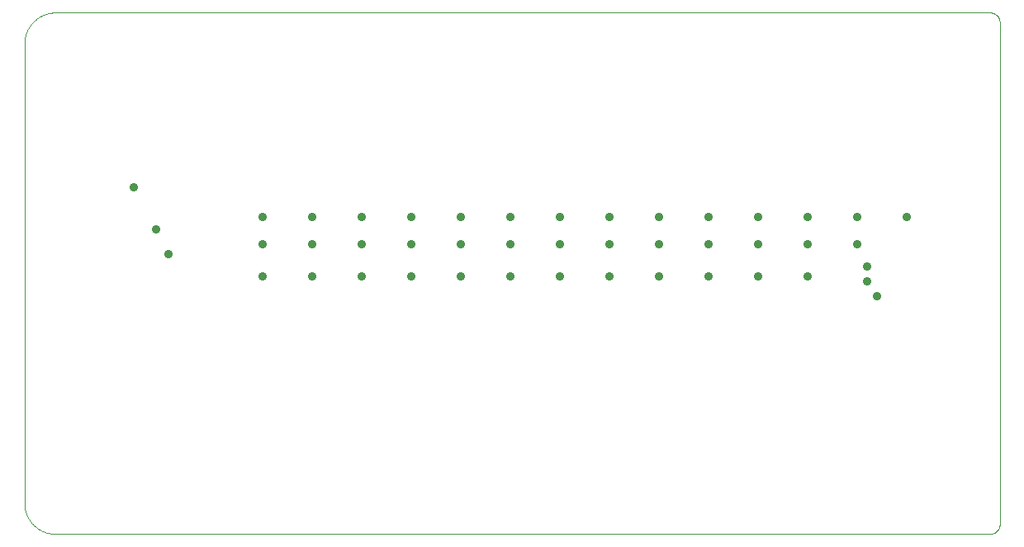
<source format=gbs>
G75*
%MOIN*%
%OFA0B0*%
%FSLAX25Y25*%
%IPPOS*%
%LPD*%
%AMOC8*
5,1,8,0,0,1.08239X$1,22.5*
%
%ADD10C,0.00000*%
%ADD11C,0.03581*%
D10*
X0013770Y0002234D02*
X0391014Y0002234D01*
X0391138Y0002236D01*
X0391261Y0002242D01*
X0391385Y0002251D01*
X0391507Y0002265D01*
X0391630Y0002282D01*
X0391752Y0002304D01*
X0391873Y0002329D01*
X0391993Y0002358D01*
X0392112Y0002390D01*
X0392231Y0002427D01*
X0392348Y0002467D01*
X0392463Y0002510D01*
X0392578Y0002558D01*
X0392690Y0002609D01*
X0392801Y0002663D01*
X0392911Y0002721D01*
X0393018Y0002782D01*
X0393124Y0002847D01*
X0393227Y0002915D01*
X0393328Y0002986D01*
X0393427Y0003060D01*
X0393524Y0003137D01*
X0393618Y0003218D01*
X0393709Y0003301D01*
X0393798Y0003387D01*
X0393884Y0003476D01*
X0393967Y0003567D01*
X0394048Y0003661D01*
X0394125Y0003758D01*
X0394199Y0003857D01*
X0394270Y0003958D01*
X0394338Y0004061D01*
X0394403Y0004167D01*
X0394464Y0004274D01*
X0394522Y0004384D01*
X0394576Y0004495D01*
X0394627Y0004607D01*
X0394675Y0004722D01*
X0394718Y0004837D01*
X0394758Y0004954D01*
X0394795Y0005073D01*
X0394827Y0005192D01*
X0394856Y0005312D01*
X0394881Y0005433D01*
X0394903Y0005555D01*
X0394920Y0005678D01*
X0394934Y0005800D01*
X0394943Y0005924D01*
X0394949Y0006047D01*
X0394951Y0006171D01*
X0394951Y0208927D01*
X0394949Y0209051D01*
X0394943Y0209174D01*
X0394934Y0209298D01*
X0394920Y0209420D01*
X0394903Y0209543D01*
X0394881Y0209665D01*
X0394856Y0209786D01*
X0394827Y0209906D01*
X0394795Y0210025D01*
X0394758Y0210144D01*
X0394718Y0210261D01*
X0394675Y0210376D01*
X0394627Y0210491D01*
X0394576Y0210603D01*
X0394522Y0210714D01*
X0394464Y0210824D01*
X0394403Y0210931D01*
X0394338Y0211037D01*
X0394270Y0211140D01*
X0394199Y0211241D01*
X0394125Y0211340D01*
X0394048Y0211437D01*
X0393967Y0211531D01*
X0393884Y0211622D01*
X0393798Y0211711D01*
X0393709Y0211797D01*
X0393618Y0211880D01*
X0393524Y0211961D01*
X0393427Y0212038D01*
X0393328Y0212112D01*
X0393227Y0212183D01*
X0393124Y0212251D01*
X0393018Y0212316D01*
X0392911Y0212377D01*
X0392801Y0212435D01*
X0392690Y0212489D01*
X0392578Y0212540D01*
X0392463Y0212588D01*
X0392348Y0212631D01*
X0392231Y0212671D01*
X0392112Y0212708D01*
X0391993Y0212740D01*
X0391873Y0212769D01*
X0391752Y0212794D01*
X0391630Y0212816D01*
X0391507Y0212833D01*
X0391385Y0212847D01*
X0391261Y0212856D01*
X0391138Y0212862D01*
X0391014Y0212864D01*
X0013770Y0212864D01*
X0013467Y0212860D01*
X0013165Y0212849D01*
X0012863Y0212831D01*
X0012562Y0212806D01*
X0012261Y0212773D01*
X0011961Y0212733D01*
X0011662Y0212685D01*
X0011365Y0212631D01*
X0011068Y0212569D01*
X0010774Y0212500D01*
X0010481Y0212424D01*
X0010190Y0212341D01*
X0009901Y0212251D01*
X0009615Y0212154D01*
X0009330Y0212050D01*
X0009049Y0211940D01*
X0008770Y0211822D01*
X0008494Y0211698D01*
X0008221Y0211567D01*
X0007952Y0211430D01*
X0007685Y0211286D01*
X0007423Y0211136D01*
X0007164Y0210979D01*
X0006909Y0210817D01*
X0006658Y0210648D01*
X0006411Y0210473D01*
X0006168Y0210292D01*
X0005930Y0210106D01*
X0005697Y0209913D01*
X0005468Y0209715D01*
X0005244Y0209512D01*
X0005025Y0209303D01*
X0004811Y0209089D01*
X0004602Y0208870D01*
X0004399Y0208646D01*
X0004201Y0208417D01*
X0004008Y0208184D01*
X0003822Y0207946D01*
X0003641Y0207703D01*
X0003466Y0207456D01*
X0003297Y0207205D01*
X0003135Y0206950D01*
X0002978Y0206691D01*
X0002828Y0206429D01*
X0002684Y0206162D01*
X0002547Y0205893D01*
X0002416Y0205620D01*
X0002292Y0205344D01*
X0002174Y0205065D01*
X0002064Y0204784D01*
X0001960Y0204499D01*
X0001863Y0204213D01*
X0001773Y0203924D01*
X0001690Y0203633D01*
X0001614Y0203340D01*
X0001545Y0203046D01*
X0001483Y0202749D01*
X0001429Y0202452D01*
X0001381Y0202153D01*
X0001341Y0201853D01*
X0001308Y0201552D01*
X0001283Y0201251D01*
X0001265Y0200949D01*
X0001254Y0200647D01*
X0001250Y0200344D01*
X0001250Y0014754D01*
X0001254Y0014451D01*
X0001265Y0014149D01*
X0001283Y0013847D01*
X0001308Y0013546D01*
X0001341Y0013245D01*
X0001381Y0012945D01*
X0001429Y0012646D01*
X0001483Y0012349D01*
X0001545Y0012052D01*
X0001614Y0011758D01*
X0001690Y0011465D01*
X0001773Y0011174D01*
X0001863Y0010885D01*
X0001960Y0010599D01*
X0002064Y0010314D01*
X0002174Y0010033D01*
X0002292Y0009754D01*
X0002416Y0009478D01*
X0002547Y0009205D01*
X0002684Y0008936D01*
X0002828Y0008669D01*
X0002978Y0008407D01*
X0003135Y0008148D01*
X0003297Y0007893D01*
X0003466Y0007642D01*
X0003641Y0007395D01*
X0003822Y0007152D01*
X0004008Y0006914D01*
X0004201Y0006681D01*
X0004399Y0006452D01*
X0004602Y0006228D01*
X0004811Y0006009D01*
X0005025Y0005795D01*
X0005244Y0005586D01*
X0005468Y0005383D01*
X0005697Y0005185D01*
X0005930Y0004992D01*
X0006168Y0004806D01*
X0006411Y0004625D01*
X0006658Y0004450D01*
X0006909Y0004281D01*
X0007164Y0004119D01*
X0007423Y0003962D01*
X0007685Y0003812D01*
X0007952Y0003668D01*
X0008221Y0003531D01*
X0008494Y0003400D01*
X0008770Y0003276D01*
X0009049Y0003158D01*
X0009330Y0003048D01*
X0009615Y0002944D01*
X0009901Y0002847D01*
X0010190Y0002757D01*
X0010481Y0002674D01*
X0010774Y0002598D01*
X0011068Y0002529D01*
X0011365Y0002467D01*
X0011662Y0002413D01*
X0011961Y0002365D01*
X0012261Y0002325D01*
X0012562Y0002292D01*
X0012863Y0002267D01*
X0013165Y0002249D01*
X0013467Y0002238D01*
X0013770Y0002234D01*
D11*
X0097250Y0106234D03*
X0117250Y0106234D03*
X0137250Y0106234D03*
X0157250Y0106234D03*
X0177250Y0106234D03*
X0197250Y0106234D03*
X0217250Y0106234D03*
X0237250Y0106234D03*
X0257250Y0106234D03*
X0257250Y0119234D03*
X0257250Y0130234D03*
X0237250Y0130234D03*
X0237250Y0119234D03*
X0217250Y0119234D03*
X0217250Y0130234D03*
X0197250Y0130234D03*
X0197250Y0119234D03*
X0177250Y0119234D03*
X0177250Y0130234D03*
X0157250Y0130234D03*
X0157250Y0119234D03*
X0137250Y0119234D03*
X0137250Y0130234D03*
X0117250Y0130234D03*
X0117250Y0119234D03*
X0097250Y0119234D03*
X0097250Y0130234D03*
X0059250Y0115234D03*
X0054250Y0125234D03*
X0045250Y0142234D03*
X0277250Y0130234D03*
X0277250Y0119234D03*
X0297250Y0119234D03*
X0297250Y0130234D03*
X0317250Y0130234D03*
X0317250Y0119234D03*
X0337250Y0119234D03*
X0341250Y0110234D03*
X0341250Y0104234D03*
X0345250Y0098234D03*
X0317250Y0106234D03*
X0297250Y0106234D03*
X0277250Y0106234D03*
X0337250Y0130234D03*
X0357250Y0130234D03*
M02*

</source>
